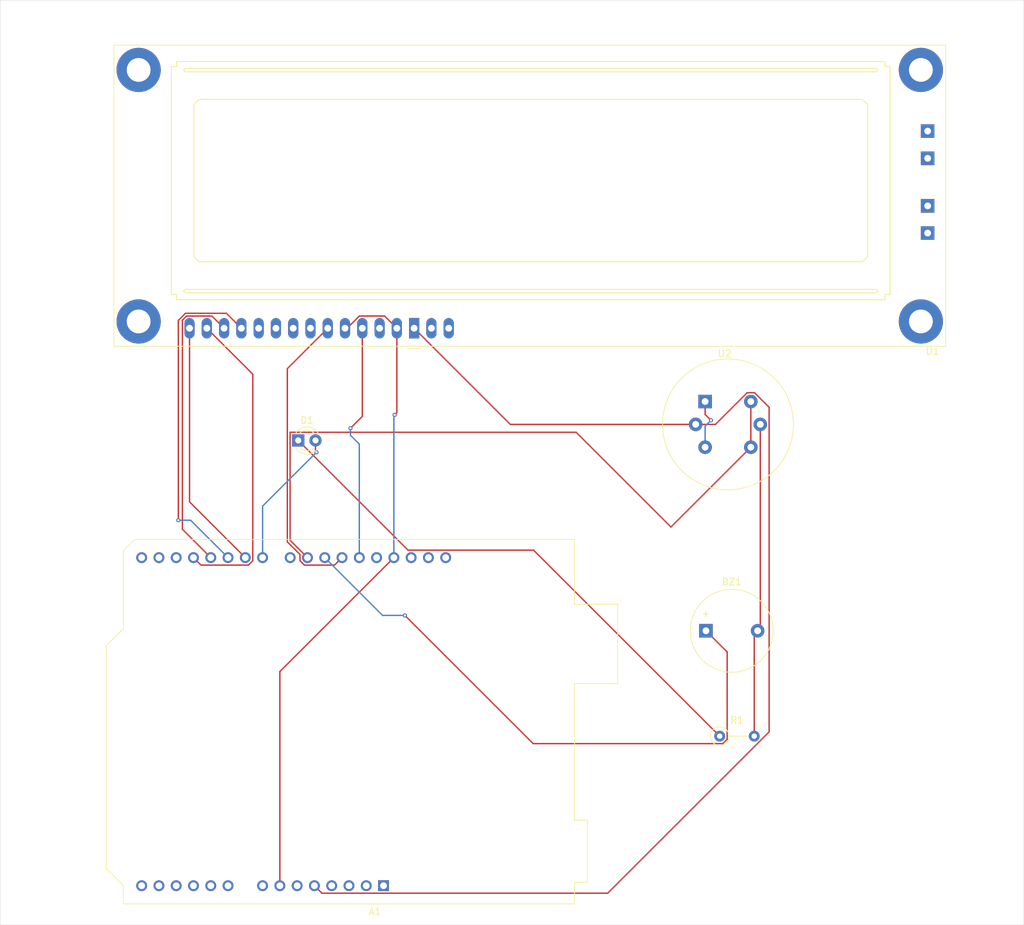
<source format=kicad_pcb>
(kicad_pcb (version 20240108) (generator "pcbnew") (generator_version "8.0")
  (layers (0 "F.Cu" signal) (31 "B.Cu" signal) (34 "B.Paste" user) (35 "F.Paste" user) (36 "B.SilkS" user "B.Silkscreen") (37 "F.SilkS" user "F.Silkscreen") (38 "B.Mask" user) (39 "F.Mask" user) (44 "Edge.Cuts" user))
  (net 0 "")
  (net 1 "Net-(U1-R{slash}~{W})")
  (net 4 "Net-(A1-D3)")
  (net 8 "Net-(A1-D11)")
  (net 9 "Net-(A1-D4)")
  (net 11 "+5V")
  (net 12 "Net-(A1-D7)")
  (net 13 "Net-(A1-D12)")
  (net 17 "Net-(A1-D10)")
  (net 18 "Net-(A1-D6)")
  (net 22 "Net-(A1-D5)")
  (net 23 "Net-(A1-D9)")
  (net 32 "Net-(BZ1--)")
  (net 33 "Net-(D1-K)")
  (net 45 "Net-(U2-B1)")
  (footprint "Module:Arduino_UNO_R3" (layer "F.Cu") (at 130.36 162.26 180)
    (property "Reference" "A1" (at 1.27 -3.81 0) (layer "F.SilkS"))
    (property "Value" "Arduino_UNO_R3")
    (fp_line (start 40.77 35.31) (end 40.77 2.54) (stroke (width 0.12)) (layer "F.SilkS"))
    (fp_line (start 40.77 2.54) (end 38.23 0) (stroke (width 0.12)) (layer "F.SilkS"))
    (fp_line (start 38.23 49.28) (end 38.23 37.85) (stroke (width 0.12)) (layer "F.SilkS"))
    (fp_line (start 38.23 37.85) (end 40.77 35.31) (stroke (width 0.12)) (layer "F.SilkS"))
    (fp_line (start 38.23 0) (end 38.23 -2.67) (stroke (width 0.12)) (layer "F.SilkS"))
    (fp_line (start 38.23 -2.67) (end -28.07 -2.67) (stroke (width 0.12)) (layer "F.SilkS"))
    (fp_line (start 36.58 50.93) (end 38.23 49.28) (stroke (width 0.12)) (layer "F.SilkS"))
    (fp_line (start -28.07 50.93) (end 36.58 50.93) (stroke (width 0.12)) (layer "F.SilkS"))
    (fp_line (start -28.07 41.4) (end -28.07 50.93) (stroke (width 0.12)) (layer "F.SilkS"))
    (fp_line (start -28.07 29.72) (end -34.42 29.72) (stroke (width 0.12)) (layer "F.SilkS"))
    (fp_line (start -28.07 9.65) (end -28.07 29.72) (stroke (width 0.12)) (layer "F.SilkS"))
    (fp_line (start -28.07 0.51) (end -29.97 0.51) (stroke (width 0.12)) (layer "F.SilkS"))
    (fp_line (start -28.07 -2.67) (end -28.07 0.51) (stroke (width 0.12)) (layer "F.SilkS"))
    (fp_line (start -29.97 9.65) (end -28.07 9.65) (stroke (width 0.12)) (layer "F.SilkS"))
    (fp_line (start -29.97 0.51) (end -29.97 9.65) (stroke (width 0.12)) (layer "F.SilkS"))
    (fp_line (start -34.42 41.4) (end -28.07 41.4) (stroke (width 0.12)) (layer "F.SilkS"))
    (fp_line (start -34.42 29.72) (end -34.42 41.4) (stroke (width 0.12)) (layer "F.SilkS"))
    (pad "1" thru_hole rect (at 0 0 270) (size 1.6 1.6) (drill 1) (layers "*.Cu" "*.Mask"))
    (pad "2" thru_hole oval (at 2.54 0 270) (size 1.6 1.6) (drill 1) (layers "*.Cu" "*.Mask"))
    (pad "3" thru_hole oval (at 5.08 0 270) (size 1.6 1.6) (drill 1) (layers "*.Cu" "*.Mask"))
    (pad "4" thru_hole oval (at 7.62 0 270) (size 1.6 1.6) (drill 1) (layers "*.Cu" "*.Mask"))
    (pad "5" thru_hole oval (at 10.16 0 270) (size 1.6 1.6) (drill 1) (layers "*.Cu" "*.Mask") (net 11 "+5V"))
    (pad "6" thru_hole oval (at 12.7 0 270) (size 1.6 1.6) (drill 1) (layers "*.Cu" "*.Mask"))
    (pad "7" thru_hole oval (at 15.24 0 270) (size 1.6 1.6) (drill 1) (layers "*.Cu" "*.Mask") (net 1 "Net-(U1-R{slash}~{W})"))
    (pad "8" thru_hole oval (at 17.78 0 270) (size 1.6 1.6) (drill 1) (layers "*.Cu" "*.Mask"))
    (pad "9" thru_hole oval (at 22.86 0 270) (size 1.6 1.6) (drill 1) (layers "*.Cu" "*.Mask"))
    (pad "10" thru_hole oval (at 25.4 0 270) (size 1.6 1.6) (drill 1) (layers "*.Cu" "*.Mask"))
    (pad "11" thru_hole oval (at 27.94 0 270) (size 1.6 1.6) (drill 1) (layers "*.Cu" "*.Mask"))
    (pad "12" thru_hole oval (at 30.48 0 270) (size 1.6 1.6) (drill 1) (layers "*.Cu" "*.Mask"))
    (pad "13" thru_hole oval (at 33.02 0 270) (size 1.6 1.6) (drill 1) (layers "*.Cu" "*.Mask"))
    (pad "14" thru_hole oval (at 35.56 0 270) (size 1.6 1.6) (drill 1) (layers "*.Cu" "*.Mask"))
    (pad "15" thru_hole oval (at 35.56 48.26 270) (size 1.6 1.6) (drill 1) (layers "*.Cu" "*.Mask"))
    (pad "16" thru_hole oval (at 33.02 48.26 270) (size 1.6 1.6) (drill 1) (layers "*.Cu" "*.Mask"))
    (pad "17" thru_hole oval (at 30.48 48.26 270) (size 1.6 1.6) (drill 1) (layers "*.Cu" "*.Mask"))
    (pad "18" thru_hole oval (at 27.94 48.26 270) (size 1.6 1.6) (drill 1) (layers "*.Cu" "*.Mask") (net 4 "Net-(A1-D3)"))
    (pad "19" thru_hole oval (at 25.4 48.26 270) (size 1.6 1.6) (drill 1) (layers "*.Cu" "*.Mask") (net 9 "Net-(A1-D4)"))
    (pad "20" thru_hole oval (at 22.86 48.26 270) (size 1.6 1.6) (drill 1) (layers "*.Cu" "*.Mask") (net 22 "Net-(A1-D5)"))
    (pad "21" thru_hole oval (at 20.32 48.26 270) (size 1.6 1.6) (drill 1) (layers "*.Cu" "*.Mask") (net 18 "Net-(A1-D6)"))
    (pad "22" thru_hole oval (at 17.78 48.26 270) (size 1.6 1.6) (drill 1) (layers "*.Cu" "*.Mask") (net 12 "Net-(A1-D7)"))
    (pad "23" thru_hole oval (at 13.72 48.26 270) (size 1.6 1.6) (drill 1) (layers "*.Cu" "*.Mask"))
    (pad "24" thru_hole oval (at 11.18 48.26 270) (size 1.6 1.6) (drill 1) (layers "*.Cu" "*.Mask") (net 23 "Net-(A1-D9)"))
    (pad "25" thru_hole oval (at 8.64 48.26 270) (size 1.6 1.6) (drill 1) (layers "*.Cu" "*.Mask") (net 17 "Net-(A1-D10)"))
    (pad "26" thru_hole oval (at 6.1 48.26 270) (size 1.6 1.6) (drill 1) (layers "*.Cu" "*.Mask") (net 8 "Net-(A1-D11)"))
    (pad "27" thru_hole oval (at 3.56 48.26 270) (size 1.6 1.6) (drill 1) (layers "*.Cu" "*.Mask") (net 13 "Net-(A1-D12)"))
    (pad "28" thru_hole oval (at 1.02 48.26 270) (size 1.6 1.6) (drill 1) (layers "*.Cu" "*.Mask"))
    (pad "29" thru_hole oval (at -1.52 48.26 270) (size 1.6 1.6) (drill 1) (layers "*.Cu" "*.Mask") (net 1 "Net-(U1-R{slash}~{W})"))
    (pad "30" thru_hole oval (at -4.06 48.26 270) (size 1.6 1.6) (drill 1) (layers "*.Cu" "*.Mask"))
    (pad "31" thru_hole oval (at -6.6 48.26 270) (size 1.6 1.6) (drill 1) (layers "*.Cu" "*.Mask"))
    (pad "32" thru_hole oval (at -9.14 48.26 270) (size 1.6 1.6) (drill 1) (layers "*.Cu" "*.Mask"))
  )
  (footprint "Resistor_THT:R_Axial_DIN0207_L6.3mm_D2.5mm_P5.08mm_Vertical" (layer "F.Cu") (at 179.78 140.26)
    (property "Reference" "R1" (at 2.54 -2.37 0) (layer "F.SilkS"))
    (property "Value" "R")
    (fp_line (start 1.37 0) (end 3.98 0) (stroke (width 0.12)) (layer "F.SilkS"))
    (fp_circle (center 0 0) (end 1.37 0) (stroke (width 0.12)) (fill none) (layer "F.SilkS"))
    (pad "1" thru_hole circle (at 0 0) (size 1.6 1.6) (drill 0.8) (layers "*.Cu" "*.Mask") (net 33 "Net-(D1-K)"))
    (pad "2" thru_hole oval (at 5.08 0) (size 1.6 1.6) (drill 0.8) (layers "*.Cu" "*.Mask") (net 32 "Net-(BZ1--)"))
  )
  (footprint "Display:LCD-016N002L" (layer "F.Cu") (at 134.86 80.26 180)
    (property "Reference" "U1" (at -76.21 -3.41 0) (layer "F.SilkS"))
    (property "Value" "LCD-016N002L")
    (fp_line (start 44.14 -2.64) (end 44.14 41.64) (stroke (width 0.12)) (layer "F.SilkS"))
    (fp_line (start 44.14 -2.64) (end -78.14 -2.64) (stroke (width 0.12)) (layer "F.SilkS"))
    (fp_line (start 35.687 38.481) (end 35.687 4.953) (stroke (width 0.15)) (layer "F.SilkS"))
    (fp_line (start 35.687 38.481) (end 34.925 38.481) (stroke (width 0.15)) (layer "F.SilkS"))
    (fp_line (start 34.925 38.481) (end 34.925 39.243) (stroke (width 0.15)) (layer "F.SilkS"))
    (fp_line (start 34.925 4.953) (end 35.687 4.953) (stroke (width 0.15)) (layer "F.SilkS"))
    (fp_line (start 34.925 4.191) (end 34.925 4.953) (stroke (width 0.15)) (layer "F.SilkS"))
    (fp_line (start 34.925 4.191) (end -69.215 4.191) (stroke (width 0.15)) (layer "F.SilkS"))
    (fp_line (start 33.909 37.973) (end 33.655 37.719) (stroke (width 0.15)) (layer "F.SilkS"))
    (fp_line (start 33.909 5.461) (end 33.655 5.715) (stroke (width 0.15)) (layer "F.SilkS"))
    (fp_line (start 33.655 38.227) (end 33.909 37.973) (stroke (width 0.15)) (layer "F.SilkS"))
    (fp_line (start 33.655 37.719) (end -67.945 37.719) (stroke (width 0.15)) (layer "F.SilkS"))
    (fp_line (start 33.655 5.207) (end 33.909 5.461) (stroke (width 0.15)) (layer "F.SilkS"))
    (fp_line (start 33.655 5.207) (end -67.945 5.207) (stroke (width 0.15)) (layer "F.SilkS"))
    (fp_line (start 32.385 32.893) (end 31.623 33.655) (stroke (width 0.15)) (layer "F.SilkS"))
    (fp_line (start 32.385 10.541) (end 32.385 32.893) (stroke (width 0.15)) (layer "F.SilkS"))
    (fp_line (start 31.623 33.655) (end -65.913 33.655) (stroke (width 0.15)) (layer "F.SilkS"))
    (fp_line (start 31.623 9.779) (end 32.385 10.541) (stroke (width 0.15)) (layer "F.SilkS"))
    (fp_line (start -1 -3) (end 1 -3) (stroke (width 0.12)) (layer "F.SilkS"))
    (fp_line (start -65.913 33.655) (end -66.675 32.893) (stroke (width 0.15)) (layer "F.SilkS"))
    (fp_line (start -65.913 9.779) (end 31.623 9.779) (stroke (width 0.15)) (layer "F.SilkS"))
    (fp_line (start -66.675 32.893) (end -66.675 10.541) (stroke (width 0.15)) (layer "F.SilkS"))
    (fp_line (start -66.675 10.541) (end -65.913 9.779) (stroke (width 0.15)) (layer "F.SilkS"))
    (fp_line (start -67.945 38.227) (end 33.655 38.227) (stroke (width 0.15)) (layer "F.SilkS"))
    (fp_line (start -67.945 37.719) (end -68.199 37.973) (stroke (width 0.15)) (layer "F.SilkS"))
    (fp_line (start -67.945 5.715) (end 33.655 5.715) (stroke (width 0.15)) (layer "F.SilkS"))
    (fp_line (start -67.945 5.207) (end -68.199 5.461) (stroke (width 0.15)) (layer "F.SilkS"))
    (fp_line (start -68.199 37.973) (end -67.945 38.227) (stroke (width 0.15)) (layer "F.SilkS"))
    (fp_line (start -68.199 5.461) (end -67.945 5.715) (stroke (width 0.15)) (layer "F.SilkS"))
    (fp_line (start -69.215 39.243) (end 34.925 39.243) (stroke (width 0.15)) (layer "F.SilkS"))
    (fp_line (start -69.215 39.243) (end -69.215 38.481) (stroke (width 0.15)) (layer "F.SilkS"))
    (fp_line (start -69.215 38.481) (end -69.977 38.481) (stroke (width 0.15)) (layer "F.SilkS"))
    (fp_line (start -69.215 4.953) (end -69.977 4.953) (stroke (width 0.15)) (layer "F.SilkS"))
    (fp_line (start -69.215 4.191) (end -69.215 4.953) (stroke (width 0.15)) (layer "F.SilkS"))
    (fp_line (start -69.977 4.953) (end -69.977 38.481) (stroke (width 0.15)) (layer "F.SilkS"))
    (fp_line (start -78.14 41.64) (end 44.14 41.64) (stroke (width 0.12)) (layer "F.SilkS"))
    (fp_line (start -78.14 -2.64) (end -78.14 41.64) (stroke (width 0.12)) (layer "F.SilkS"))
    (pad "" thru_hole circle (at -74.5 1) (size 6.5 6.5) (drill 3.5) (layers "*.Cu" "*.Mask"))
    (pad "" thru_hole circle (at -74.5 38) (size 6.5 6.5) (drill 3.5) (layers "*.Cu" "*.Mask"))
    (pad "" thru_hole circle (at 40.5 1) (size 6.5 6.5) (drill 3.5) (layers "*.Cu" "*.Mask"))
    (pad "" thru_hole circle (at 40.5 38) (size 6.5 6.5) (drill 3.5) (layers "*.Cu" "*.Mask"))
    (pad "1" thru_hole rect (at 0 0) (size 1.5 3) (drill 1) (layers "*.Cu" "*.Mask") (net 11 "+5V"))
    (pad "2" thru_hole oval (at 2.54 0) (size 1.5 3) (drill 1) (layers "*.Cu" "*.Mask") (net 1 "Net-(U1-R{slash}~{W})"))
    (pad "3" thru_hole oval (at 5.08 0) (size 1.5 3) (drill 1) (layers "*.Cu" "*.Mask"))
    (pad "4" thru_hole oval (at 7.62 0) (size 1.5 3) (drill 1) (layers "*.Cu" "*.Mask") (net 13 "Net-(A1-D12)"))
    (pad "5" thru_hole oval (at 10.16 0) (size 1.5 3) (drill 1) (layers "*.Cu" "*.Mask") (net 1 "Net-(U1-R{slash}~{W})"))
    (pad "6" thru_hole oval (at 12.7 0) (size 1.5 3) (drill 1) (layers "*.Cu" "*.Mask") (net 8 "Net-(A1-D11)"))
    (pad "7" thru_hole oval (at 15.24 0) (size 1.5 3) (drill 1) (layers "*.Cu" "*.Mask"))
    (pad "8" thru_hole oval (at 17.78 0) (size 1.5 3) (drill 1) (layers "*.Cu" "*.Mask"))
    (pad "9" thru_hole oval (at 20.32 0) (size 1.5 3) (drill 1) (layers "*.Cu" "*.Mask"))
    (pad "10" thru_hole oval (at 22.86 0) (size 1.5 3) (drill 1) (layers "*.Cu" "*.Mask"))
    (pad "11" thru_hole oval (at 25.4 0) (size 1.5 3) (drill 1) (layers "*.Cu" "*.Mask") (net 22 "Net-(A1-D5)"))
    (pad "12" thru_hole oval (at 27.94 0) (size 1.5 3) (drill 1) (layers "*.Cu" "*.Mask") (net 9 "Net-(A1-D4)"))
    (pad "13" thru_hole oval (at 30.48 0) (size 1.5 3) (drill 1) (layers "*.Cu" "*.Mask") (net 4 "Net-(A1-D3)"))
    (pad "14" thru_hole oval (at 33.02 0) (size 1.5 3) (drill 1) (layers "*.Cu" "*.Mask") (net 18 "Net-(A1-D6)"))
    (pad "15" thru_hole oval (at -2.54 0) (size 1.5 3) (drill 1) (layers "*.Cu" "*.Mask"))
    (pad "16" thru_hole oval (at -5.08 0) (size 1.5 3) (drill 1) (layers "*.Cu" "*.Mask"))
    (pad "A1" thru_hole rect (at -75.5 14) (size 2 2) (drill 1) (layers "*.Cu" "*.Mask"))
    (pad "A2" thru_hole rect (at -75.5 25) (size 2 2) (drill 1) (layers "*.Cu" "*.Mask"))
    (pad "K1" thru_hole rect (at -75.5 18) (size 2 2) (drill 1) (layers "*.Cu" "*.Mask"))
    (pad "K2" thru_hole rect (at -75.5 29) (size 2 2) (drill 1) (layers "*.Cu" "*.Mask"))
  )
  (footprint "Sensor:MQ-6" (layer "F.Cu") (at 177.64 91.04)
    (property "Reference" "U2" (at 2.86 -7.04 0) (layer "F.SilkS"))
    (property "Value" "MQ-6")
    (fp_circle (center 3.36 3.36) (end 12.985 3.36) (stroke (width 0.12)) (fill none) (layer "F.SilkS"))
    (pad "1" thru_hole rect (at 0 0) (size 2 2) (drill 1) (layers "*.Cu" "*.Mask") (net 45 "Net-(U2-B1)"))
    (pad "2" thru_hole circle (at -1.39 3.36) (size 2 2) (drill 1) (layers "*.Cu" "*.Mask") (net 11 "+5V"))
    (pad "3" thru_hole circle (at 0 6.72 90) (size 2 2) (drill 1) (layers "*.Cu" "*.Mask") (net 45 "Net-(U2-B1)"))
    (pad "4" thru_hole circle (at 6.72 6.72 180) (size 2 2) (drill 1) (layers "*.Cu" "*.Mask") (net 23 "Net-(A1-D9)"))
    (pad "5" thru_hole circle (at 8.11 3.36) (size 2 2) (drill 1) (layers "*.Cu" "*.Mask") (net 32 "Net-(BZ1--)"))
    (pad "6" thru_hole circle (at 6.72 0 270) (size 2 2) (drill 1) (layers "*.Cu" "*.Mask") (net 23 "Net-(A1-D9)"))
  )
  (footprint "Buzzer_Beeper:Buzzer_12x9.5RM7.6" (layer "F.Cu") (at 177.76 124.76)
    (property "Reference" "BZ1" (at 3.8 -7.2 0) (layer "F.SilkS"))
    (property "Value" "Buzzer")
    (fp_circle (center 3.8 0) (end 9.9 0) (stroke (width 0.12)) (fill none) (layer "F.SilkS"))
    (fp_text user "+" (at -0.01 -2.54 0) (layer "F.SilkS"))
    (pad "1" thru_hole rect (at 0 0) (size 2 2) (drill 1) (layers "*.Cu" "*.Mask") (net 17 "Net-(A1-D10)"))
    (pad "2" thru_hole circle (at 7.6 0) (size 2 2) (drill 1) (layers "*.Cu" "*.Mask") (net 32 "Net-(BZ1--)"))
  )
  (footprint "LED_THT:LED_D3.0mm" (layer "F.Cu") (at 117.82 96.76)
    (property "Reference" "D1" (at 1.27 -2.96 0) (layer "F.SilkS"))
    (property "Value" "LED")
    (fp_line (start -0.29 -1.236) (end -0.29 -1.08) (stroke (width 0.12)) (layer "F.SilkS"))
    (fp_line (start -0.29 1.08) (end -0.29 1.236) (stroke (width 0.12)) (layer "F.SilkS"))
    (fp_arc (start -0.29 -1.235516) (mid 1.365624 -1.987701) (end 2.941397 -1.080061) (stroke (width 0.12)) (layer "F.SilkS"))
    (fp_arc (start 0.229039 -1.08) (mid 1.269965 -1.5) (end 2.31091 -1.080049) (stroke (width 0.12)) (layer "F.SilkS"))
    (fp_arc (start 2.31091 1.080049) (mid 1.269965 1.5) (end 0.229039 1.08) (stroke (width 0.12)) (layer "F.SilkS"))
    (fp_arc (start 2.941397 1.080061) (mid 1.365624 1.987701) (end -0.29 1.235516) (stroke (width 0.12)) (layer "F.SilkS"))
    (pad "1" thru_hole rect (at 0 0) (size 1.8 1.8) (drill 0.9) (layers "*.Cu" "*.Mask") (net 33 "Net-(D1-K)"))
    (pad "2" thru_hole circle (at 2.54 0) (size 1.8 1.8) (drill 0.9) (layers "*.Cu" "*.Mask") (net 12 "Net-(A1-D7)"))
  )
  (gr_rect (start 74 32) (end 224.5 168) (stroke (width 0.05)) (fill none) (layer "Edge.Cuts"))
  (segment (start 130.52 78.46) (end 132.32 80.26) (width 0.2) (layer "F.Cu") (net 1))
  (segment (start 132.32 92.68) (end 132 93) (width 0.2) (layer "F.Cu") (net 1))
  (segment (start 115.12 130.76) (end 131.88 114) (width 0.2) (layer "F.Cu") (net 1))
  (segment (start 124.7 80.26) (end 124.7 80.565076) (width 0.2) (layer "F.Cu") (net 1))
  (segment (start 126.805076 78.46) (end 130.52 78.46) (width 0.2) (layer "F.Cu") (net 1))
  (segment (start 132.32 80.26) (end 132.32 92.68) (width 0.2) (layer "F.Cu") (net 1))
  (segment (start 115.12 162.26) (end 115.12 130.76) (width 0.2) (layer "F.Cu") (net 1))
  (segment (start 124.7 80.565076) (end 126.805076 78.46) (width 0.2) (layer "F.Cu") (net 1))
  (via (at 132 93) (size 0.6) (drill 0.3) (layers "F.Cu" "B.Cu") (net 1))
  (segment (start 132 93) (end 131.88 93.12) (width 0.2) (layer "B.Cu") (net 1))
  (segment (start 131.88 93.12) (end 131.88 114) (width 0.2) (layer "B.Cu") (net 1))
  (segment (start 103.52 115.1) (end 102.42 114) (width 0.2) (layer "F.Cu") (net 4))
  (segment (start 104.38 80.26) (end 111.14 87.02) (width 0.2) (layer "F.Cu") (net 4))
  (segment (start 111.14 114.455635) (end 110.495635 115.1) (width 0.2) (layer "F.Cu") (net 4))
  (segment (start 111.14 87.02) (end 111.14 114.455635) (width 0.2) (layer "F.Cu") (net 4))
  (segment (start 110.495635 115.1) (end 103.52 115.1) (width 0.2) (layer "F.Cu") (net 4))
  (segment (start 118.724365 115.1) (end 123.16 115.1) (width 0.2) (layer "F.Cu") (net 8))
  (segment (start 118.08 114.455635) (end 118.724365 115.1) (width 0.2) (layer "F.Cu") (net 8))
  (segment (start 123.16 115.1) (end 124.26 114) (width 0.2) (layer "F.Cu") (net 8))
  (segment (start 116.22 86.2) (end 116.22 111.684365) (width 0.2) (layer "F.Cu") (net 8))
  (segment (start 122.16 80.26) (end 116.22 86.2) (width 0.2) (layer "F.Cu") (net 8))
  (segment (start 116.22 111.684365) (end 118.08 113.544365) (width 0.2) (layer "F.Cu") (net 8))
  (segment (start 118.08 113.544365) (end 118.08 114.455635) (width 0.2) (layer "F.Cu") (net 8))
  (segment (start 105.12 78.46) (end 101.405076 78.46) (width 0.2) (layer "F.Cu") (net 9))
  (segment (start 100.79 109.83) (end 104.96 114) (width 0.2) (layer "F.Cu") (net 9))
  (segment (start 100.79 79.075076) (end 100.79 109.83) (width 0.2) (layer "F.Cu") (net 9))
  (segment (start 101.405076 78.46) (end 100.79 79.075076) (width 0.2) (layer "F.Cu") (net 9))
  (segment (start 106.92 80.26) (end 105.12 78.46) (width 0.2) (layer "F.Cu") (net 9))
  (segment (start 179.161522 94.4) (end 183.821522 89.74) (width 0.2) (layer "F.Cu") (net 11))
  (segment (start 134.86 80.26) (end 149 94.4) (width 0.2) (layer "F.Cu") (net 11))
  (segment (start 163.315635 163.36) (end 121.3 163.36) (width 0.2) (layer "F.Cu") (net 11))
  (segment (start 176.25 94.4) (end 179.161522 94.4) (width 0.2) (layer "F.Cu") (net 11))
  (segment (start 121.3 163.36) (end 120.2 162.26) (width 0.2) (layer "F.Cu") (net 11))
  (segment (start 187.05 91.891522) (end 187.05 139.625635) (width 0.2) (layer "F.Cu") (net 11))
  (segment (start 149 94.4) (end 176.25 94.4) (width 0.2) (layer "F.Cu") (net 11))
  (segment (start 184.898478 89.74) (end 187.05 91.891522) (width 0.2) (layer "F.Cu") (net 11))
  (segment (start 187.05 139.625635) (end 163.315635 163.36) (width 0.2) (layer "F.Cu") (net 11))
  (segment (start 183.821522 89.74) (end 184.898478 89.74) (width 0.2) (layer "F.Cu") (net 11))
  (segment (start 120.36 96.76) (end 120.36 98.36) (width 0.2) (layer "F.Cu") (net 12))
  (segment (start 120.36 98.36) (end 120.5 98.5) (width 0.2) (layer "F.Cu") (net 12))
  (via (at 120.5 98.5) (size 0.6) (drill 0.3) (layers "F.Cu" "B.Cu") (net 12))
  (segment (start 120.5 98.5) (end 112.58 106.42) (width 0.2) (layer "B.Cu") (net 12))
  (segment (start 112.58 106.42) (end 112.58 114) (width 0.2) (layer "B.Cu") (net 12))
  (segment (start 127.24 80.26) (end 127.24 93.22) (width 0.2) (layer "F.Cu") (net 13))
  (segment (start 127.24 93.22) (end 125.5 94.96) (width 0.2) (layer "F.Cu") (net 13))
  (via (at 125.5 94.96) (size 0.6) (drill 0.3) (layers "F.Cu" "B.Cu") (net 13))
  (segment (start 126.8 97.3) (end 126.8 114) (width 0.2) (layer "B.Cu") (net 13))
  (segment (start 125.5 96) (end 126.8 97.3) (width 0.2) (layer "B.Cu") (net 13))
  (segment (start 125.5 94.96) (end 125.5 96) (width 0.2) (layer "B.Cu") (net 13))
  (segment (start 152.36 141.36) (end 133.5 122.5) (width 0.2) (layer "F.Cu") (net 17))
  (segment (start 180.88 140.715635) (end 180.235635 141.36) (width 0.2) (layer "F.Cu") (net 17))
  (segment (start 180.235635 141.36) (end 152.36 141.36) (width 0.2) (layer "F.Cu") (net 17))
  (segment (start 180.88 127.88) (end 180.88 140.715635) (width 0.2) (layer "F.Cu") (net 17))
  (segment (start 177.76 124.76) (end 180.88 127.88) (width 0.2) (layer "F.Cu") (net 17))
  (via (at 133.5 122.5) (size 0.6) (drill 0.3) (layers "F.Cu" "B.Cu") (net 17))
  (segment (start 133.5 122.5) (end 130.22 122.5) (width 0.2) (layer "B.Cu") (net 17))
  (segment (start 130.22 122.5) (end 121.72 114) (width 0.2) (layer "B.Cu") (net 17))
  (segment (start 101.84 105.8) (end 110.04 114) (width 0.2) (layer "F.Cu") (net 18))
  (segment (start 101.84 80.26) (end 101.84 105.8) (width 0.2) (layer "F.Cu") (net 18))
  (segment (start 109.46 80.26) (end 107.26 78.06) (width 0.2) (layer "F.Cu") (net 22))
  (segment (start 101.23939 78.06) (end 100.19 79.10939) (width 0.2) (layer "F.Cu") (net 22))
  (segment (start 100.19 79.10939) (end 100.19 108.5) (width 0.2) (layer "F.Cu") (net 22))
  (segment (start 107.26 78.06) (end 101.23939 78.06) (width 0.2) (layer "F.Cu") (net 22))
  (via (at 100.19 108.5) (size 0.6) (drill 0.3) (layers "F.Cu" "B.Cu") (net 22))
  (segment (start 100.19 108.5) (end 102 108.5) (width 0.2) (layer "B.Cu") (net 22))
  (segment (start 102 108.5) (end 107.5 114) (width 0.2) (layer "B.Cu") (net 22))
  (segment (start 158.68 95.56) (end 116.62 95.56) (width 0.2) (layer "F.Cu") (net 23))
  (segment (start 116.62 111.44) (end 119.18 114) (width 0.2) (layer "F.Cu") (net 23))
  (segment (start 116.62 95.56) (end 116.62 111.44) (width 0.2) (layer "F.Cu") (net 23))
  (segment (start 184.36 97.76) (end 172.62 109.5) (width 0.2) (layer "F.Cu") (net 23))
  (segment (start 184.36 91.04) (end 184.36 97.76) (width 0.2) (layer "F.Cu") (net 23))
  (segment (start 172.62 109.5) (end 158.68 95.56) (width 0.2) (layer "F.Cu") (net 23))
  (segment (start 185.36 124.76) (end 185.75 124.37) (width 0.2) (layer "F.Cu") (net 32))
  (segment (start 185.75 124.37) (end 185.75 94.4) (width 0.2) (layer "F.Cu") (net 32))
  (segment (start 184.86 125.26) (end 185.36 124.76) (width 0.2) (layer "F.Cu") (net 32))
  (segment (start 184.86 140.26) (end 184.86 125.26) (width 0.2) (layer "F.Cu") (net 32))
  (segment (start 117.82 96.76) (end 133.96 112.9) (width 0.2) (layer "F.Cu") (net 33))
  (segment (start 152.42 112.9) (end 179.78 140.26) (width 0.2) (layer "F.Cu") (net 33))
  (segment (start 133.96 112.9) (end 152.42 112.9) (width 0.2) (layer "F.Cu") (net 33))
  (segment (start 177.64 92.94) (end 178.5 93.8) (width 0.2) (layer "F.Cu") (net 45))
  (segment (start 177.64 91.04) (end 177.64 92.94) (width 0.2) (layer "F.Cu") (net 45))
  (via (at 178.5 93.8) (size 0.6) (drill 0.3) (layers "F.Cu" "B.Cu") (net 45))
  (segment (start 177.64 94.66) (end 177.64 97.76) (width 0.2) (layer "B.Cu") (net 45))
  (segment (start 178.5 93.8) (end 177.64 94.66) (width 0.2) (layer "B.Cu") (net 45))
)
</source>
